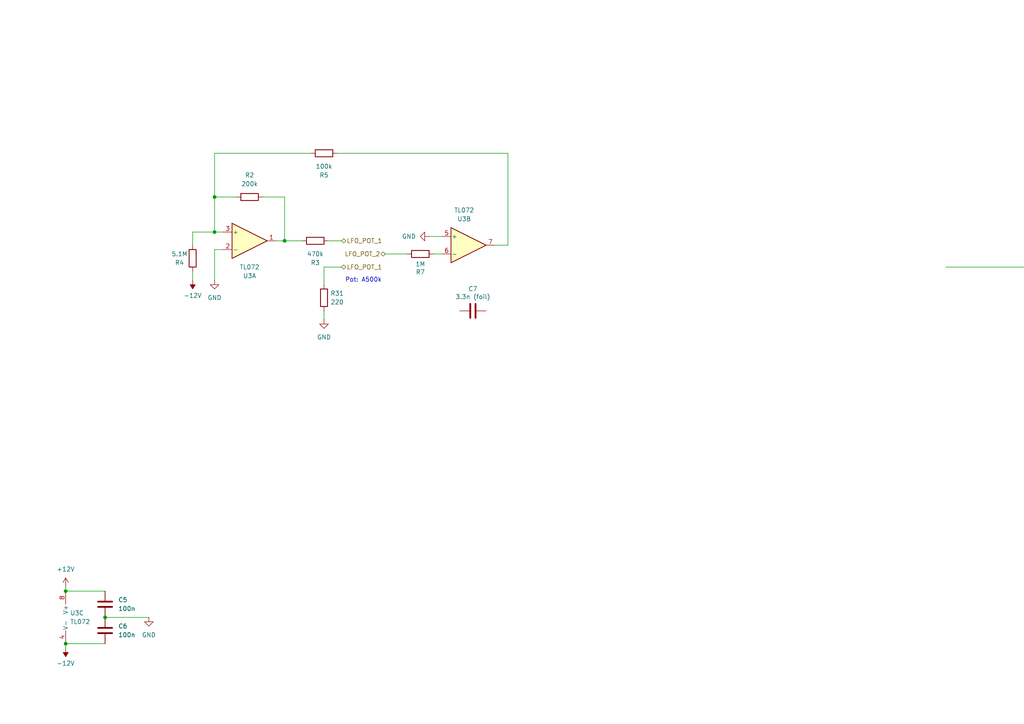
<source format=kicad_sch>
(kicad_sch (version 20250114) (generator "eeschema") (generator_version "9.0")
  (paper "A4")
  (lib_symbols
    (symbol "Amplifier_Operational:TL072" (pin_names (offset 0.127))
      (property "Reference" "U" (at 0 5.08 0))
      (property "Value" "TL072" (at 0 -5.08 0))
      (symbol "TL072_1_1"
        (polyline (pts (xy -5.08 5.08) (xy 5.08 0) (xy -5.08 -5.08) (xy -5.08 5.08)) (stroke (width 0.254)) (fill (type background)))
        (pin input line (at -7.62 2.54 0) (length 2.54) (name "+") (number "3"))
        (pin input line (at -7.62 -2.54 0) (length 2.54) (name "-") (number "2"))
        (pin output line (at 7.62 0 180) (length 2.54) (name "~") (number "1"))
      )
      (symbol "TL072_2_1"
        (polyline (pts (xy -5.08 5.08) (xy 5.08 0) (xy -5.08 -5.08) (xy -5.08 5.08)) (stroke (width 0.254)) (fill (type background)))
        (pin input line (at -7.62 2.54 0) (length 2.54) (name "+") (number "5"))
        (pin input line (at -7.62 -2.54 0) (length 2.54) (name "-") (number "6"))
        (pin output line (at 7.62 0 180) (length 2.54) (name "~") (number "7"))
      )
      (symbol "TL072_3_1"
        (pin power_in line (at -2.54 7.62 270) (length 3.81) (name "V+") (number "8"))
        (pin power_in line (at -2.54 -7.62 90) (length 3.81) (name "V-") (number "4"))
      )
    )
    (symbol "Device:C" (pin_numbers (hide yes)) (pin_names (offset 0.254))
      (property "Reference" "C" (at 0.635 2.54 0))
      (property "Value" "C" (at 0.635 -2.54 0))
      (symbol "C_0_1"
        (polyline (pts (xy -2.032 0.762) (xy 2.032 0.762)) (stroke (width 0.508)))
        (polyline (pts (xy -2.032 -0.762) (xy 2.032 -0.762)) (stroke (width 0.508)))
      )
      (symbol "C_1_1"
        (pin passive line (at 0 3.81 270) (length 2.794) (name "~") (number "1"))
        (pin passive line (at 0 -3.81 90) (length 2.794) (name "~") (number "2"))
      )
    )
    (symbol "Device:D" (pin_numbers (hide yes)) (pin_names (offset 1.016) (hide yes))
      (property "Reference" "D" (at 0 2.54 0))
      (property "Value" "D" (at 0 -2.54 0))
      (symbol "D_0_1"
        (polyline (pts (xy -1.27 1.27) (xy -1.27 -1.27)) (stroke (width 0.254)))
        (polyline (pts (xy 1.27 1.27) (xy 1.27 -1.27) (xy -1.27 0) (xy 1.27 1.27)) (stroke (width 0.254)))
        (polyline (pts (xy 1.27 0) (xy -1.27 0)))
      )
      (symbol "D_1_1"
        (pin passive line (at -3.81 0 0) (length 2.54) (name "K") (number "1"))
        (pin passive line (at 3.81 0 180) (length 2.54) (name "A") (number "2"))
      )
    )
    (symbol "Device:R" (pin_numbers (hide yes)) (pin_names (offset 0))
      (property "Reference" "R" (at 2.032 0 90))
      (property "Value" "R" (at 0 0 90))
      (symbol "R_0_1"
        (rectangle (start -1.016 -2.54) (end 1.016 2.54) (stroke (width 0.254)))
      )
      (symbol "R_1_1"
        (pin passive line (at 0 3.81 270) (length 1.27) (name "~") (number "1"))
        (pin passive line (at 0 -3.81 90) (length 1.27) (name "~") (number "2"))
      )
    )
    (symbol "power:+12V" (power) (pin_numbers (hide yes)) (pin_names (offset 0) (hide yes))
      (property "Value" "+12V" (at 0 3.556 0))
      (symbol "+12V_0_1"
        (polyline (pts (xy -0.762 1.27) (xy 0 2.54)))
        (polyline (pts (xy 0 2.54) (xy 0.762 1.27)))
        (polyline (pts (xy 0 0) (xy 0 2.54)))
      )
      (symbol "+12V_1_1"
        (pin power_in line (at 0 0 90) (length 0) (name "~") (number "1"))
      )
    )
    (symbol "power:-12V" (power) (pin_numbers (hide yes)) (pin_names (offset 0) (hide yes))
      (property "Value" "-12V" (at 0 3.556 0))
      (symbol "-12V_0_0"
        (pin power_in line (at 0 0 90) (length 0) (name "~") (number "1"))
      )
      (symbol "-12V_0_1"
        (polyline (pts (xy 0 0) (xy 0 1.27) (xy 0.762 1.27) (xy 0 2.54) (xy -0.762 1.27) (xy 0 1.27)) (fill (type outline)))
      )
    )
    (symbol "power:GND" (power) (pin_numbers (hide yes)) (pin_names (offset 0) (hide yes))
      (property "Value" "GND" (at 0 -3.81 0))
      (symbol "GND_0_1"
        (polyline (pts (xy 0 0) (xy 0 -1.27) (xy 1.27 -1.27) (xy 0 -2.54) (xy -1.27 -1.27) (xy 0 -1.27)))
      )
      (symbol "GND_1_1"
        (pin power_in line (at 0 0 270) (length 0) (name "~") (number "1"))
      )
    )
  )
  (text "Pot: A500k" (at 105.41 81.28 0) (effects (font (size 1.27 1.27))))
  (junction (at 325.12 77.47))
  (junction (at 82.55 69.85))
  (junction (at 19.05 186.69))
  (junction (at 30.48 179.07))
  (junction (at 62.23 57.15))
  (junction (at 62.23 67.31))
  (junction (at 19.05 171.45))
  (junction (at 325.12 36.83))
  (wire (pts (xy 325.12 35.56) (xy 325.12 36.83)))
  (wire (pts (xy 76.2 57.15) (xy 82.55 57.15)))
  (wire (pts (xy 68.58 57.15) (xy 62.23 57.15)))
  (wire (pts (xy 325.12 77.47) (xy 325.12 80.01)))
  (wire (pts (xy 325.12 77.47) (xy 339.09 77.47)))
  (wire (pts (xy 82.55 57.15) (xy 82.55 69.85)))
  (wire (pts (xy 90.17 44.45) (xy 62.23 44.45)))
  (wire (pts (xy 93.98 90.17) (xy 93.98 92.71)))
  (wire (pts (xy 62.23 44.45) (xy 62.23 57.15)))
  (wire (pts (xy 64.77 72.39) (xy 62.23 72.39)))
  (wire (pts (xy 346.71 36.83) (xy 353.06 36.83)))
  (wire (pts (xy 19.05 171.45) (xy 30.48 171.45)))
  (wire (pts (xy 125.73 73.66) (xy 128.27 73.66)))
  (wire (pts (xy 325.12 36.83) (xy 339.09 36.83)))
  (wire (pts (xy 325.12 36.83) (xy 325.12 39.37)))
  (wire (pts (xy 93.98 77.47) (xy 93.98 82.55)))
  (wire (pts (xy 274.32 77.47) (xy 325.12 77.47)))
  (wire (pts (xy 124.46 68.58) (xy 128.27 68.58)))
  (wire (pts (xy 82.55 69.85) (xy 80.01 69.85)))
  (wire (pts (xy 82.55 69.85) (xy 87.63 69.85)))
  (wire (pts (xy 19.05 186.69) (xy 30.48 186.69)))
  (wire (pts (xy 111.76 73.66) (xy 118.11 73.66)))
  (wire (pts (xy 308.61 36.83) (xy 325.12 36.83)))
  (wire (pts (xy 30.48 179.07) (xy 43.18 179.07)))
  (wire (pts (xy 62.23 67.31) (xy 64.77 67.31)))
  (wire (pts (xy 95.25 69.85) (xy 99.06 69.85)))
  (wire (pts (xy 55.88 67.31) (xy 62.23 67.31)))
  (wire (pts (xy 55.88 81.28) (xy 55.88 78.74)))
  (wire (pts (xy 346.71 77.47) (xy 353.06 77.47)))
  (wire (pts (xy 19.05 187.96) (xy 19.05 186.69)))
  (wire (pts (xy 19.05 170.18) (xy 19.05 171.45)))
  (wire (pts (xy 325.12 76.2) (xy 325.12 77.47)))
  (wire (pts (xy 99.06 77.47) (xy 93.98 77.47)))
  (wire (pts (xy 62.23 72.39) (xy 62.23 81.28)))
  (wire (pts (xy 147.32 71.12) (xy 143.51 71.12)))
  (wire (pts (xy 147.32 44.45) (xy 147.32 71.12)))
  (wire (pts (xy 62.23 57.15) (xy 62.23 67.31)))
  (wire (pts (xy 97.79 44.45) (xy 147.32 44.45)))
  (wire (pts (xy 55.88 71.12) (xy 55.88 67.31)))
  (hierarchical_label "LFO_TRI" (shape output) (at 353.06 77.47 0))
  (hierarchical_label "LFO_POT_2" (shape bidirectional) (at 111.76 73.66 180))
  (hierarchical_label "LFO_SQR" (shape output) (at 353.06 36.83 0))
  (hierarchical_label "LFO_POT_1" (shape bidirectional) (at 99.06 77.47 0))
  (hierarchical_label "LFO_POT_1" (shape bidirectional) (at 99.06 69.85 0))
  (symbol (lib_id "Device:D") (at 325.12 72.39 90) (mirror x) (unit 1)
    (property "Reference" "#D11" (at 320.04 71.12 90))
    (property "Value" "1N4148" (at 320.04 73.66 90))
    (property "Footprint" "Diode_SMD:D_SOD-123" (effects (hide yes)))
    (property "LCSC" "C81598" (effects (hide yes)))
    (property "Sim.Device" "D" (effects (hide yes)))
    (property "Sim.Pins" "1=K 2=A" (effects (hide yes)))
    (property "Vendor" "JLCPCB" (effects (hide yes)))
  )
  (symbol (lib_id "Device:R") (at 342.9 77.47 90) (unit 1)
    (property "Reference" "R28" (at 345.567 74.1934 90) (effects (justify left)))
    (property "Value" "1k" (at 345.567 71.882 90) (effects (justify left)))
    (property "Footprint" "Resistor_SMD:R_0603_1608Metric" (effects (hide yes)))
    (property "LCSC" "C21190" (effects (hide yes)))
    (property "Vendor" "JLCPCB" (effects (hide yes)))
    (property "CHECKED" "YES" (effects (hide yes)))
  )
  (symbol (lib_id "Device:C") (at 30.48 182.88 0) (unit 1)
    (property "Reference" "C6" (at 34.29 181.61 0) (effects (justify left)))
    (property "Value" "100n" (at 34.29 184.15 0) (effects (justify left)))
    (property "Footprint" "Capacitor_SMD:C_0603_1608Metric" (effects (hide yes)))
    (property "LCSC" "C14663" (effects (hide yes)))
    (property "Vendor" "JLCPCB" (effects (hide yes)))
    (property "CHECKED" "YES" (effects (hide yes)))
  )
  (symbol (lib_id "Device:D") (at 325.12 43.18 90) (mirror x) (unit 1)
    (property "Reference" "#D10" (at 320.04 41.91 90))
    (property "Value" "1N4148" (at 320.04 44.45 90))
    (property "Footprint" "Diode_SMD:D_SOD-123" (effects (hide yes)))
    (property "LCSC" "C81598" (effects (hide yes)))
    (property "Sim.Device" "D" (effects (hide yes)))
    (property "Sim.Pins" "1=K 2=A" (effects (hide yes)))
    (property "Vendor" "JLCPCB" (effects (hide yes)))
  )
  (symbol (lib_id "Amplifier_Operational:TL072") (at 21.59 179.07 0) (unit 3)
    (property "Reference" "U3" (at 20.32 177.8 0) (effects (justify left)))
    (property "Value" "TL072" (at 20.32 180.34 0) (effects (justify left)))
    (property "Footprint" "Package_SO:SOIC-8_3.9x4.9mm_P1.27mm" (effects (hide yes)))
    (property "Datasheet" "http://www.ti.com/lit/ds/symlink/tl071.pdf" (effects (hide yes)))
    (property "LCSC" "C6961" (effects (hide yes)))
    (property "Vendor" "JLCPCB" (effects (hide yes)))
    (property "CHECKED" "YES" (effects (hide yes)))
  )
  (symbol (lib_id "Device:D") (at 325.12 31.75 90) (mirror x) (unit 1)
    (property "Reference" "#D9" (at 320.04 30.48 90))
    (property "Value" "1N4148" (at 320.04 33.02 90))
    (property "Footprint" "Diode_SMD:D_SOD-123" (effects (hide yes)))
    (property "LCSC" "C81598" (effects (hide yes)))
    (property "Sim.Device" "D" (effects (hide yes)))
    (property "Sim.Pins" "1=K 2=A" (effects (hide yes)))
    (property "Vendor" "JLCPCB" (effects (hide yes)))
  )
  (symbol (lib_id "power:+12V") (at 325.12 27.94 0) (unit 1)
    (property "Reference" "#PWR045" (effects (hide yes)))
    (property "Value" "+12V" (at 325.12 22.86 0))
    (property "Description" "Power symbol creates a global label with name \"+12V\"" (effects (hide yes)))
  )
  (symbol (lib_id "Device:R") (at 93.98 86.36 0) (unit 1)
    (property "Reference" "R31" (at 97.79 85.09 0))
    (property "Value" "220" (at 97.79 87.63 0))
    (property "Footprint" "Resistor_SMD:R_0603_1608Metric" (effects (hide yes)))
    (property "LCSC" "C22962" (effects (hide yes)))
    (property "Vendor" "JLCPCB" (effects (hide yes)))
    (property "CHECKED" "YES" (effects (hide yes)))
  )
  (symbol (lib_id "Device:R") (at 121.92 73.66 270) (mirror x) (unit 1)
    (property "Reference" "R7" (at 121.92 78.9178 90))
    (property "Value" "1M" (at 121.92 76.6064 90))
    (property "Footprint" "Resistor_SMD:R_0603_1608Metric" (effects (hide yes)))
    (property "LCSC" "C22935" (effects (hide yes)))
    (property "Vendor" "JLCPCB" (effects (hide yes)))
    (property "CHECKED" "YES" (effects (hide yes)))
  )
  (symbol (lib_id "power:+12V") (at 325.12 68.58 0) (unit 1)
    (property "Reference" "#PWR047" (effects (hide yes)))
    (property "Value" "+12V" (at 325.12 63.5 0))
    (property "Description" "Power symbol creates a global label with name \"+12V\"" (effects (hide yes)))
  )
  (symbol (lib_id "Device:C") (at 137.16 90.17 270) (unit 1)
    (property "Reference" "C7" (at 137.16 83.7692 90))
    (property "Value" "3.3n (foil)" (at 137.16 86.0806 90))
    (property "Footprint" "Capacitor_THT:C_Rect_L7.0mm_W2.5mm_P5.00mm" (effects (hide yes)))
    (property "Part No." "80-R82EC1330AA50K " (effects (hide yes)))
    (property "Part URL" "https://mou.sr/3BhmOHr" (effects (hide yes)))
    (property "Vendor" "Mouser" (effects (hide yes)))
    (property "CHECKED" "YES" (effects (hide yes)))
  )
  (symbol (lib_id "power:GND") (at 43.18 179.07 0) (unit 1)
    (property "Reference" "#PWR06" (effects (hide yes)))
    (property "Value" "GND" (at 43.18 184.15 0))
    (property "Description" "Power symbol creates a global label with name \"GND\" , ground" (effects (hide yes)))
  )
  (symbol (lib_id "power:-12V") (at 325.12 46.99 180) (unit 1)
    (property "Reference" "#PWR046" (effects (hide yes)))
    (property "Value" "-12V" (at 325.12 52.07 0))
    (property "Description" "Power symbol creates a global label with name \"-12V\"" (effects (hide yes)))
  )
  (symbol (lib_id "power:-12V") (at 55.88 81.28 180) (unit 1)
    (property "Reference" "#PWR053" (effects (hide yes)))
    (property "Value" "-12V" (at 55.88 85.725 0))
    (property "Description" "Power symbol creates a global label with name \"-12V\"" (effects (hide yes)))
  )
  (symbol (lib_id "power:GND") (at 93.98 92.71 0) (unit 1)
    (property "Reference" "#PWR054" (effects (hide yes)))
    (property "Value" "GND" (at 93.98 97.79 0))
    (property "Description" "Power symbol creates a global label with name \"GND\" , ground" (effects (hide yes)))
  )
  (symbol (lib_id "Device:R") (at 55.88 74.93 180) (unit 1)
    (property "Reference" "R4" (at 52.07 76.2 0))
    (property "Value" "5.1M" (at 52.07 73.66 0))
    (property "Footprint" "Resistor_SMD:R_0603_1608Metric" (effects (hide yes)))
    (property "LCSC" "C13320" (effects (hide yes)))
    (property "Vendor" "JLCPCB" (effects (hide yes)))
    (property "CHECKED" "YES" (effects (hide yes)))
  )
  (symbol (lib_id "Device:R") (at 72.39 57.15 90) (unit 1)
    (property "Reference" "R2" (at 72.39 50.8 90))
    (property "Value" "200k" (at 72.39 53.34 90))
    (property "Footprint" "Resistor_SMD:R_0603_1608Metric" (effects (hide yes)))
    (property "LCSC" "C25811" (effects (hide yes)))
    (property "Vendor" "JLCPCB" (effects (hide yes)))
    (property "CHECKED" "YES" (effects (hide yes)))
  )
  (symbol (lib_id "power:+12V") (at 19.05 170.18 0) (unit 1)
    (property "Reference" "#PWR04" (effects (hide yes)))
    (property "Value" "+12V" (at 19.05 165.1 0))
    (property "Description" "Power symbol creates a global label with name \"+12V\"" (effects (hide yes)))
  )
  (symbol (lib_id "Device:C") (at 30.48 175.26 0) (unit 1)
    (property "Reference" "C5" (at 34.29 173.99 0) (effects (justify left)))
    (property "Value" "100n" (at 34.29 176.53 0) (effects (justify left)))
    (property "Footprint" "Capacitor_SMD:C_0603_1608Metric" (effects (hide yes)))
    (property "LCSC" "C14663" (effects (hide yes)))
    (property "Vendor" "JLCPCB" (effects (hide yes)))
    (property "CHECKED" "YES" (effects (hide yes)))
  )
  (symbol (lib_id "Device:R") (at 91.44 69.85 270) (unit 1)
    (property "Reference" "R3" (at 91.44 76.2 90))
    (property "Value" "470k" (at 91.44 73.66 90))
    (property "Footprint" "Resistor_SMD:R_0603_1608Metric" (effects (hide yes)))
    (property "LCSC" "C23178" (effects (hide yes)))
    (property "Vendor" "JLCPCB" (effects (hide yes)))
    (property "CHECKED" "YES" (effects (hide yes)))
  )
  (symbol (lib_id "power:-12V") (at 325.12 87.63 180) (unit 1)
    (property "Reference" "#PWR048" (effects (hide yes)))
    (property "Value" "-12V" (at 325.12 92.71 0))
    (property "Description" "Power symbol creates a global label with name \"-12V\"" (effects (hide yes)))
  )
  (symbol (lib_id "power:-12V") (at 19.05 187.96 180) (unit 1)
    (property "Reference" "#PWR05" (effects (hide yes)))
    (property "Value" "-12V" (at 19.05 192.405 0))
    (property "Description" "Power symbol creates a global label with name \"-12V\"" (effects (hide yes)))
  )
  (symbol (lib_id "Device:D") (at 325.12 83.82 90) (mirror x) (unit 1)
    (property "Reference" "#D12" (at 320.04 82.55 90))
    (property "Value" "1N4148" (at 320.04 85.09 90))
    (property "Footprint" "Diode_SMD:D_SOD-123" (effects (hide yes)))
    (property "LCSC" "C81598" (effects (hide yes)))
    (property "Sim.Device" "D" (effects (hide yes)))
    (property "Sim.Pins" "1=K 2=A" (effects (hide yes)))
    (property "Vendor" "JLCPCB" (effects (hide yes)))
  )
  (symbol (lib_id "Amplifier_Operational:TL072") (at 135.89 71.12 0) (unit 2)
    (property "Reference" "U3" (at 134.62 63.5 0))
    (property "Value" "TL072" (at 134.62 60.96 0))
    (property "Footprint" "Package_SO:SOIC-8_3.9x4.9mm_P1.27mm" (effects (hide yes)))
    (property "Datasheet" "http://www.ti.com/lit/ds/symlink/tl071.pdf" (effects (hide yes)))
    (property "LCSC" "C6961" (effects (hide yes)))
    (property "Vendor" "JLCPCB" (effects (hide yes)))
    (property "CHECKED" "YES" (effects (hide yes)))
  )
  (symbol (lib_id "power:GND") (at 62.23 81.28 0) (unit 1)
    (property "Reference" "#PWR07" (effects (hide yes)))
    (property "Value" "GND" (at 62.23 86.36 0))
    (property "Description" "Power symbol creates a global label with name \"GND\" , ground" (effects (hide yes)))
  )
  (symbol (lib_id "Amplifier_Operational:TL072") (at 72.39 69.85 0) (unit 1)
    (property "Reference" "U3" (at 72.39 80.01 0))
    (property "Value" "TL072" (at 72.39 77.47 0))
    (property "Footprint" "Package_SO:SOIC-8_3.9x4.9mm_P1.27mm" (effects (hide yes)))
    (property "Datasheet" "http://www.ti.com/lit/ds/symlink/tl071.pdf" (effects (hide yes)))
    (property "LCSC" "C6961" (effects (hide yes)))
    (property "Vendor" "JLCPCB" (effects (hide yes)))
    (property "CHECKED" "YES" (effects (hide yes)))
  )
  (symbol (lib_id "Device:R") (at 93.98 44.45 270) (unit 1)
    (property "Reference" "R5" (at 93.98 50.8 90))
    (property "Value" "100k" (at 93.98 48.26 90))
    (property "Footprint" "Resistor_SMD:R_0603_1608Metric" (effects (hide yes)))
    (property "LCSC" "C25803" (effects (hide yes)))
    (property "Vendor" "JLCPCB" (effects (hide yes)))
    (property "CHECKED" "YES" (effects (hide yes)))
  )
  (symbol (lib_id "Device:R") (at 342.9 36.83 90) (unit 1)
    (property "Reference" "R30" (at 345.567 33.5534 90) (effects (justify left)))
    (property "Value" "1k" (at 345.567 31.242 90) (effects (justify left)))
    (property "Footprint" "Resistor_SMD:R_0603_1608Metric" (effects (hide yes)))
    (property "LCSC" "C21190" (effects (hide yes)))
    (property "Vendor" "JLCPCB" (effects (hide yes)))
    (property "CHECKED" "YES" (effects (hide yes)))
  )
  (symbol (lib_id "power:GND") (at 124.46 68.58 270) (unit 1)
    (property "Reference" "#PWR08" (effects (hide yes)))
    (property "Value" "GND" (at 120.65 68.5799 90) (effects (justify right)))
    (property "Description" "Power symbol creates a global label with name \"GND\" , ground" (effects (hide yes)))
  )
)
</source>
